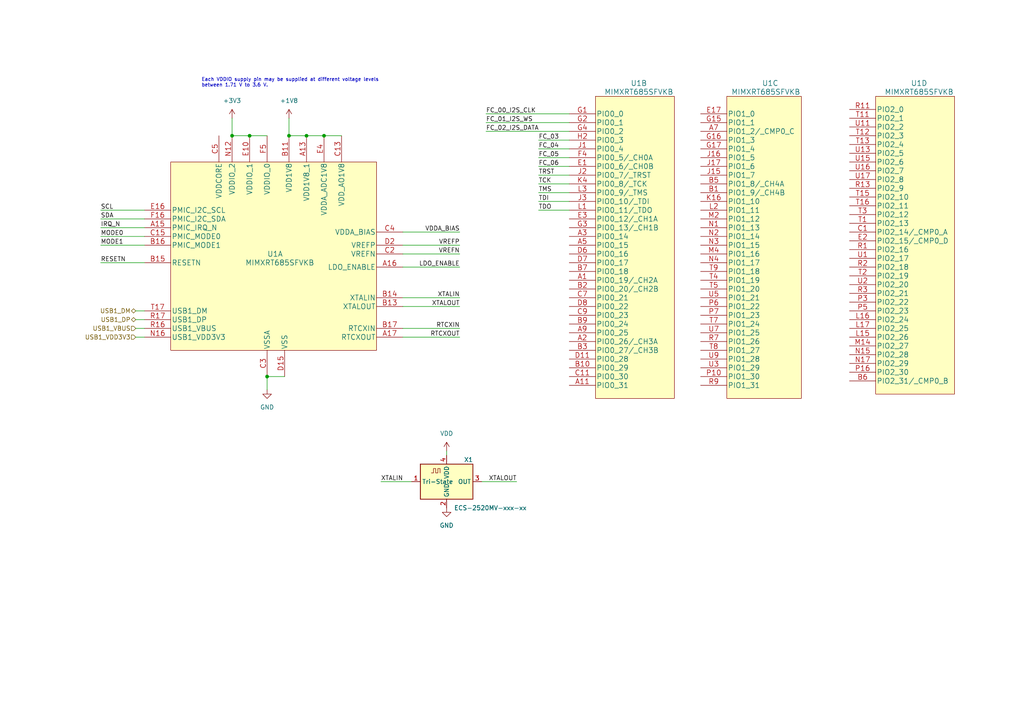
<source format=kicad_sch>
(kicad_sch (version 20211123) (generator eeschema)
  (paper "A4")
  (junction (at 93.98 39.37))
  (junction (at 72.39 39.37))
  (junction (at 67.31 39.37))
  (junction (at 83.82 39.37))
  (junction (at 77.47 109.22))
  (junction (at 88.9 39.37))
  (wire (pts (xy 156.21 53.34) (xy 165.1 53.34)))
  (wire (pts (xy 88.9 39.37) (xy 93.98 39.37)))
  (wire (pts (xy 83.82 39.37) (xy 88.9 39.37)))
  (wire (pts (xy 93.98 39.37) (xy 99.06 39.37)))
  (wire (pts (xy 156.21 60.96) (xy 165.1 60.96)))
  (wire (pts (xy 133.35 73.66) (xy 116.84 73.66)))
  (wire (pts (xy 29.21 63.5) (xy 41.91 63.5)))
  (wire (pts (xy 133.35 67.31) (xy 116.84 67.31)))
  (wire (pts (xy 156.21 55.88) (xy 165.1 55.88)))
  (wire (pts (xy 156.21 40.64) (xy 165.1 40.64)))
  (wire (pts (xy 133.35 77.47) (xy 116.84 77.47)))
  (wire (pts (xy 133.35 71.12) (xy 116.84 71.12)))
  (wire (pts (xy 39.37 95.25) (xy 41.91 95.25)))
  (wire (pts (xy 110.49 139.7) (xy 119.38 139.7)))
  (wire (pts (xy 140.97 35.56) (xy 165.1 35.56)))
  (wire (pts (xy 77.47 39.37) (xy 72.39 39.37)))
  (wire (pts (xy 156.21 45.72) (xy 165.1 45.72)))
  (wire (pts (xy 140.97 38.1) (xy 165.1 38.1)))
  (wire (pts (xy 39.37 97.79) (xy 41.91 97.79)))
  (wire (pts (xy 149.86 139.7) (xy 139.7 139.7)))
  (wire (pts (xy 156.21 58.42) (xy 165.1 58.42)))
  (wire (pts (xy 156.21 48.26) (xy 165.1 48.26)))
  (wire (pts (xy 77.47 113.03) (xy 77.47 109.22)))
  (wire (pts (xy 133.35 86.36) (xy 116.84 86.36)))
  (wire (pts (xy 72.39 39.37) (xy 67.31 39.37)))
  (wire (pts (xy 39.37 92.71) (xy 41.91 92.71)))
  (wire (pts (xy 77.47 109.22) (xy 82.55 109.22)))
  (wire (pts (xy 83.82 34.29) (xy 83.82 39.37)))
  (wire (pts (xy 116.84 95.25) (xy 133.35 95.25)))
  (wire (pts (xy 29.21 66.04) (xy 41.91 66.04)))
  (wire (pts (xy 29.21 68.58) (xy 41.91 68.58)))
  (wire (pts (xy 29.21 60.96) (xy 41.91 60.96)))
  (wire (pts (xy 156.21 43.18) (xy 165.1 43.18)))
  (wire (pts (xy 29.21 76.2) (xy 41.91 76.2)))
  (wire (pts (xy 29.21 71.12) (xy 41.91 71.12)))
  (wire (pts (xy 133.35 88.9) (xy 116.84 88.9)))
  (wire (pts (xy 116.84 97.79) (xy 133.35 97.79)))
  (wire (pts (xy 129.54 130.81) (xy 129.54 132.08)))
  (wire (pts (xy 67.31 39.37) (xy 67.31 34.29)))
  (wire (pts (xy 156.21 50.8) (xy 165.1 50.8)))
  (wire (pts (xy 39.37 90.17) (xy 41.91 90.17)))
  (wire (pts (xy 140.97 33.02) (xy 165.1 33.02)))
  (text "Each VDDIO supply pin may be supplied at different voltage levels \nbetween 1.71 V to 3.6 V." (at 58.42 25.4 0) (effects (font (size 1 1)) (justify left bottom)))
  (label "FC_05" (at 156.21 45.72 0))
  (label "XTALOUT" (at 149.86 139.7 180))
  (label "FC_00_I2S_CLK" (at 140.97 33.02 0))
  (label "TRST" (at 156.21 50.8 0))
  (label "FC_04" (at 156.21 43.18 0))
  (label "TDO" (at 156.21 60.96 0))
  (label "RTCXIN" (at 133.35 95.25 180))
  (label "TDI" (at 156.21 58.42 0))
  (label "MODE1" (at 29.21 71.12 0))
  (label "VDDA_BIAS" (at 133.35 67.31 180))
  (label "MODE0" (at 29.21 68.58 0))
  (label "RTCXOUT" (at 133.35 97.79 180))
  (label "RESETN" (at 29.21 76.2 0))
  (label "SDA" (at 29.21 63.5 0))
  (label "SCL" (at 29.21 60.96 0))
  (label "XTALOUT" (at 133.35 88.9 180))
  (label "TMS" (at 156.21 55.88 0))
  (label "XTALIN" (at 110.49 139.7 0))
  (label "FC_06" (at 156.21 48.26 0))
  (label "VREFP" (at 133.35 71.12 180))
  (label "FC_01_I2S_WS" (at 140.97 35.56 0))
  (label "TCK" (at 156.21 53.34 0))
  (label "FC_02_I2S_DATA" (at 140.97 38.1 0))
  (label "VREFN" (at 133.35 73.66 180))
  (label "XTALIN" (at 133.35 86.36 180))
  (label "IRQ_N" (at 29.21 66.04 0))
  (label "LDO_ENABLE" (at 133.35 77.47 180))
  (label "FC_03" (at 156.21 40.64 0))
  (hierarchical_label "USB1_VBUS" (shape input) (at 39.37 95.25 180))
  (hierarchical_label "USB1_DP" (shape bidirectional) (at 39.37 92.71 180))
  (hierarchical_label "USB1_DM" (shape bidirectional) (at 39.37 90.17 180))
  (hierarchical_label "USB1_VDD3V3" (shape input) (at 39.37 97.79 180))
  (symbol (lib_id "power:GND") (at 77.47 113.03 0) (unit 1)
    (property "Reference" "#PWR02" (effects hide))
    (property "Value" "GND" (at 77.47 118.11 0))
  )
  (symbol (lib_name "MIMXRT685SFVKB_2") (lib_id "project_sym_lib:MIMXRT685SFVKB") (at 228.6 69.85 0) (unit 3)
    (property "Reference" "U1" (at 220.98 24.13 0) (effects (font (size 1.524 1.524)) (justify left)))
    (property "Value" "MIMXRT685SFVKB" (at 212.09 26.67 0) (effects (font (size 1.524 1.524)) (justify left)))
    (property "Footprint" "project_footprints:MIMXRT685SFVKB" (effects hide))
    (property "Datasheet" "https://www.nxp.com/docs/en/data-sheet/DS-RT600.pdf" (effects hide))
  )
  (symbol (lib_id "power:VDD") (at 129.54 130.81 0) (unit 1)
    (property "Reference" "#PWR04" (effects hide))
    (property "Value" "VDD" (at 129.54 125.73 0))
  )
  (symbol (lib_id "Oscillator:ECS-2520MV-xxx-xx") (at 129.54 139.7 0) (unit 1)
    (property "Reference" "X1" (at 135.89 133.35 0))
    (property "Value" "ECS-2520MV-xxx-xx" (at 142.24 147.32 0))
    (property "Footprint" "Oscillator:Oscillator_SMD_ECS_2520MV-xxx-xx-4Pin_2.5x2.0mm" (effects hide))
    (property "Datasheet" "https://www.ecsxtal.com/store/pdf/ECS-2520MV.pdf" (effects hide))
  )
  (symbol (lib_id "power:+1V8") (at 83.82 34.29 0) (unit 1)
    (property "Reference" "#PWR03" (effects hide))
    (property "Value" "+1V8" (at 83.82 29.21 0))
  )
  (symbol (lib_id "power:+3V3") (at 67.31 34.29 0) (unit 1)
    (property "Reference" "#PWR01" (effects hide))
    (property "Value" "+3V3" (at 67.31 29.21 0))
  )
  (symbol (lib_id "project_sym_lib:MIMXRT685SFVKB") (at 80.01 76.2 0) (unit 1)
    (property "Reference" "U1" (at 77.47 73.66 0) (effects (font (size 1.524 1.524)) (justify left)))
    (property "Value" "MIMXRT685SFVKB" (at 71.12 76.2 0) (effects (font (size 1.524 1.524)) (justify left)))
    (property "Footprint" "project_footprints:MIMXRT685SFVKB" (effects hide))
    (property "Datasheet" "https://www.nxp.com/docs/en/data-sheet/DS-RT600.pdf" (effects hide))
  )
  (symbol (lib_name "MIMXRT685SFVKB_1") (lib_id "project_sym_lib:MIMXRT685SFVKB") (at 191.77 67.31 0) (unit 2)
    (property "Reference" "U1" (at 182.88 24.13 0) (effects (font (size 1.524 1.524)) (justify left)))
    (property "Value" "MIMXRT685SFVKB" (at 175.26 26.67 0) (effects (font (size 1.524 1.524)) (justify left)))
    (property "Footprint" "project_footprints:MIMXRT685SFVKB" (effects hide))
    (property "Datasheet" "https://www.nxp.com/docs/en/data-sheet/DS-RT600.pdf" (effects hide))
  )
  (symbol (lib_name "MIMXRT685SFVKB_3") (lib_id "project_sym_lib:MIMXRT685SFVKB") (at 271.78 69.85 0) (unit 4)
    (property "Reference" "U1" (at 264.16 24.13 0) (effects (font (size 1.524 1.524)) (justify left)))
    (property "Value" "MIMXRT685SFVKB" (at 256.54 26.67 0) (effects (font (size 1.524 1.524)) (justify left)))
    (property "Footprint" "project_footprints:MIMXRT685SFVKB" (effects hide))
    (property "Datasheet" "https://www.nxp.com/docs/en/data-sheet/DS-RT600.pdf" (effects hide))
  )
  (symbol (lib_id "power:GND") (at 129.54 147.32 0) (unit 1)
    (property "Reference" "#PWR05" (effects hide))
    (property "Value" "GND" (at 129.54 152.4 0))
  )
)
</source>
